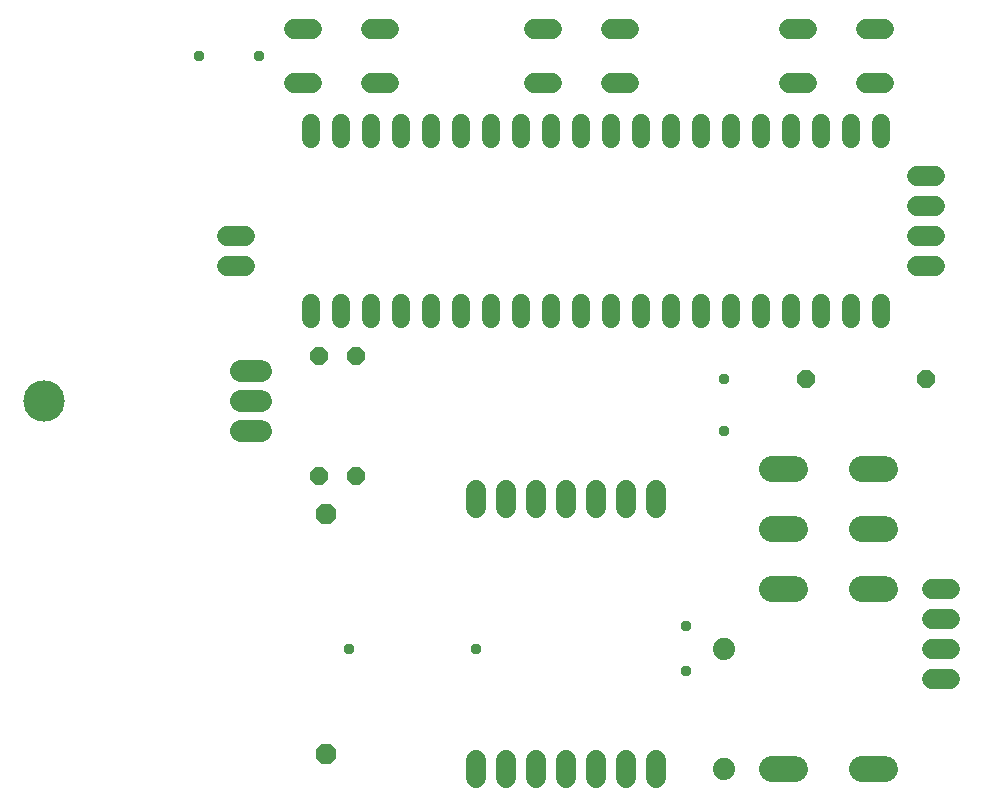
<source format=gbr>
G04 EAGLE Gerber RS-274X export*
G75*
%MOMM*%
%FSLAX34Y34*%
%LPD*%
%INSoldermask Bottom*%
%IPPOS*%
%AMOC8*
5,1,8,0,0,1.08239X$1,22.5*%
G01*
%ADD10C,1.511200*%
%ADD11C,1.727200*%
%ADD12P,1.869504X8X22.500000*%
%ADD13P,1.649562X8X202.500000*%
%ADD14C,1.879600*%
%ADD15C,3.505200*%
%ADD16C,2.184400*%
%ADD17P,1.649562X8X112.500000*%
%ADD18C,1.879600*%
%ADD19C,0.959600*%


D10*
X120650Y418910D02*
X120650Y431990D01*
X146050Y431990D02*
X146050Y418910D01*
X171450Y418910D02*
X171450Y431990D01*
X196850Y431990D02*
X196850Y418910D01*
X222250Y418910D02*
X222250Y431990D01*
X247650Y431990D02*
X247650Y418910D01*
X273050Y418910D02*
X273050Y431990D01*
X298450Y431990D02*
X298450Y418910D01*
X323850Y418910D02*
X323850Y431990D01*
X349250Y431990D02*
X349250Y418910D01*
X374650Y418910D02*
X374650Y431990D01*
X400050Y431990D02*
X400050Y418910D01*
X425450Y418910D02*
X425450Y431990D01*
X450850Y431990D02*
X450850Y418910D01*
X476250Y418910D02*
X476250Y431990D01*
X501650Y431990D02*
X501650Y418910D01*
X527050Y418910D02*
X527050Y431990D01*
X552450Y431990D02*
X552450Y418910D01*
X577850Y418910D02*
X577850Y431990D01*
X603250Y431990D02*
X603250Y418910D01*
X120650Y571310D02*
X120650Y584390D01*
X146050Y584390D02*
X146050Y571310D01*
X171450Y571310D02*
X171450Y584390D01*
X196850Y584390D02*
X196850Y571310D01*
X222250Y571310D02*
X222250Y584390D01*
X247650Y584390D02*
X247650Y571310D01*
X273050Y571310D02*
X273050Y584390D01*
X298450Y584390D02*
X298450Y571310D01*
X323850Y571310D02*
X323850Y584390D01*
X349250Y584390D02*
X349250Y571310D01*
X374650Y571310D02*
X374650Y584390D01*
X400050Y584390D02*
X400050Y571310D01*
X425450Y571310D02*
X425450Y584390D01*
X450850Y584390D02*
X450850Y571310D01*
X476250Y571310D02*
X476250Y584390D01*
X501650Y584390D02*
X501650Y571310D01*
X527050Y571310D02*
X527050Y584390D01*
X552450Y584390D02*
X552450Y571310D01*
X577850Y571310D02*
X577850Y584390D01*
X603250Y584390D02*
X603250Y571310D01*
D11*
X64770Y488950D02*
X49530Y488950D01*
X49530Y463550D02*
X64770Y463550D01*
X260350Y274320D02*
X260350Y259080D01*
X285750Y259080D02*
X285750Y274320D01*
X311150Y274320D02*
X311150Y259080D01*
X336550Y259080D02*
X336550Y274320D01*
X361950Y274320D02*
X361950Y259080D01*
X387350Y259080D02*
X387350Y274320D01*
X412750Y274320D02*
X412750Y259080D01*
X260350Y45720D02*
X260350Y30480D01*
X285750Y30480D02*
X285750Y45720D01*
X311150Y45720D02*
X311150Y30480D01*
X336550Y30480D02*
X336550Y45720D01*
X361950Y45720D02*
X361950Y30480D01*
X387350Y30480D02*
X387350Y45720D01*
X412750Y45720D02*
X412750Y30480D01*
D12*
X133350Y254000D03*
X133350Y50800D03*
D11*
X633730Y463550D02*
X648970Y463550D01*
X648970Y488950D02*
X633730Y488950D01*
X633730Y514350D02*
X648970Y514350D01*
X648970Y539750D02*
X633730Y539750D01*
D13*
X641350Y368300D03*
X539750Y368300D03*
D11*
X389382Y618744D02*
X374142Y618744D01*
X374142Y663956D02*
X389382Y663956D01*
X324358Y618744D02*
X309118Y618744D01*
X309118Y663956D02*
X324358Y663956D01*
X590042Y618744D02*
X605282Y618744D01*
X605282Y663956D02*
X590042Y663956D01*
X540258Y618744D02*
X525018Y618744D01*
X525018Y663956D02*
X540258Y663956D01*
X186182Y618744D02*
X170942Y618744D01*
X170942Y663956D02*
X186182Y663956D01*
X121158Y618744D02*
X105918Y618744D01*
X105918Y663956D02*
X121158Y663956D01*
D14*
X78232Y323850D02*
X61468Y323850D01*
X61468Y349250D02*
X78232Y349250D01*
X78232Y374650D02*
X61468Y374650D01*
D15*
X-105410Y349250D03*
D16*
X586994Y38100D02*
X606806Y38100D01*
X530606Y38100D02*
X510794Y38100D01*
X510794Y241300D02*
X530606Y241300D01*
X586994Y190500D02*
X606806Y190500D01*
X606806Y292100D02*
X586994Y292100D01*
X586994Y241300D02*
X606806Y241300D01*
X530606Y190500D02*
X510794Y190500D01*
X510794Y292100D02*
X530606Y292100D01*
D17*
X127000Y285750D03*
X127000Y387350D03*
X158750Y285750D03*
X158750Y387350D03*
D18*
X469900Y139700D03*
X469900Y38100D03*
D11*
X646430Y190500D02*
X661670Y190500D01*
X661670Y165100D02*
X646430Y165100D01*
X646430Y139700D02*
X661670Y139700D01*
X661670Y114300D02*
X646430Y114300D01*
D19*
X438150Y120650D03*
X438150Y158750D03*
X76200Y641350D03*
X25400Y641350D03*
X469900Y323850D03*
X469900Y368300D03*
X260350Y139700D03*
X152400Y139700D03*
M02*

</source>
